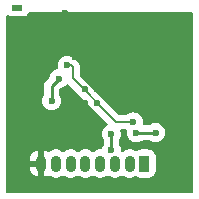
<source format=gbr>
%TF.GenerationSoftware,KiCad,Pcbnew,8.0.5*%
%TF.CreationDate,2024-10-24T22:42:25-04:00*%
%TF.ProjectId,NRF24L01 2.4GHZ,4e524632-344c-4303-9120-322e3447485a,rev?*%
%TF.SameCoordinates,Original*%
%TF.FileFunction,Copper,L2,Bot*%
%TF.FilePolarity,Positive*%
%FSLAX46Y46*%
G04 Gerber Fmt 4.6, Leading zero omitted, Abs format (unit mm)*
G04 Created by KiCad (PCBNEW 8.0.5) date 2024-10-24 22:42:25*
%MOMM*%
%LPD*%
G01*
G04 APERTURE LIST*
G04 Aperture macros list*
%AMRoundRect*
0 Rectangle with rounded corners*
0 $1 Rounding radius*
0 $2 $3 $4 $5 $6 $7 $8 $9 X,Y pos of 4 corners*
0 Add a 4 corners polygon primitive as box body*
4,1,4,$2,$3,$4,$5,$6,$7,$8,$9,$2,$3,0*
0 Add four circle primitives for the rounded corners*
1,1,$1+$1,$2,$3*
1,1,$1+$1,$4,$5*
1,1,$1+$1,$6,$7*
1,1,$1+$1,$8,$9*
0 Add four rect primitives between the rounded corners*
20,1,$1+$1,$2,$3,$4,$5,0*
20,1,$1+$1,$4,$5,$6,$7,0*
20,1,$1+$1,$6,$7,$8,$9,0*
20,1,$1+$1,$8,$9,$2,$3,0*%
G04 Aperture macros list end*
%TA.AperFunction,ComponentPad*%
%ADD10R,0.900000X0.500000*%
%TD*%
%TA.AperFunction,ComponentPad*%
%ADD11RoundRect,0.225000X0.225000X0.475000X-0.225000X0.475000X-0.225000X-0.475000X0.225000X-0.475000X0*%
%TD*%
%TA.AperFunction,ComponentPad*%
%ADD12O,0.900000X1.400000*%
%TD*%
%TA.AperFunction,ViaPad*%
%ADD13C,0.600000*%
%TD*%
%TA.AperFunction,Conductor*%
%ADD14C,0.254000*%
%TD*%
%TA.AperFunction,Conductor*%
%ADD15C,0.200000*%
%TD*%
G04 APERTURE END LIST*
D10*
%TO.P,AE1,2*%
%TO.N,N/C*%
X149870000Y-84585000D03*
%TD*%
D11*
%TO.P,J1,1,Pin_1*%
%TO.N,VDD*%
X160625000Y-97790000D03*
D12*
%TO.P,J1,2,Pin_2*%
%TO.N,Net-(J1-Pin_2)*%
X159375000Y-97790000D03*
%TO.P,J1,3,Pin_3*%
%TO.N,Net-(J1-Pin_3)*%
X158125000Y-97790000D03*
%TO.P,J1,4,Pin_4*%
%TO.N,Net-(J1-Pin_4)*%
X156875000Y-97790000D03*
%TO.P,J1,5,Pin_5*%
%TO.N,Net-(J1-Pin_5)*%
X155625000Y-97790000D03*
%TO.P,J1,6,Pin_6*%
%TO.N,Net-(J1-Pin_6)*%
X154375000Y-97790000D03*
%TO.P,J1,7,Pin_7*%
%TO.N,Net-(J1-Pin_7)*%
X153125000Y-97790000D03*
%TO.P,J1,8,Pin_8*%
%TO.N,GNDREF*%
X151875000Y-97790000D03*
%TD*%
D13*
%TO.N,GNDREF*%
X150057500Y-85575000D03*
X149202500Y-85565000D03*
X157440000Y-85810000D03*
X161500000Y-85780000D03*
X155590000Y-92620000D03*
X162890000Y-88470000D03*
X164240000Y-85760000D03*
X156610000Y-91500000D03*
X162870000Y-85780000D03*
X163550000Y-85760000D03*
X158780000Y-86500000D03*
X159460000Y-86480000D03*
X162880000Y-87140000D03*
X157410000Y-86500000D03*
X159140000Y-90500000D03*
X163570000Y-87770000D03*
X156620000Y-92620000D03*
X164260000Y-87770000D03*
X155410000Y-85830000D03*
X153920000Y-85070000D03*
X156100000Y-85830000D03*
X162170000Y-87810000D03*
X163550000Y-86450000D03*
X160160000Y-85800000D03*
X164240000Y-86450000D03*
X160800000Y-86500000D03*
X158100000Y-86500000D03*
X162170000Y-86480000D03*
X161470000Y-87150000D03*
X164260000Y-88450000D03*
X150810000Y-86940000D03*
X159120000Y-92380000D03*
X154720000Y-86930000D03*
X162870000Y-86470000D03*
X162160000Y-87150000D03*
X162890000Y-87790000D03*
X154730000Y-88740000D03*
X163570000Y-88450000D03*
X162190000Y-85780000D03*
X158790000Y-85820000D03*
X160820000Y-85800000D03*
X160150000Y-86480000D03*
X158130000Y-85810000D03*
X155580000Y-91500000D03*
X161480000Y-86480000D03*
X159314265Y-89465735D03*
X156760000Y-85830000D03*
X159470000Y-85800000D03*
X164250000Y-87120000D03*
X163560000Y-87120000D03*
%TO.N,VDD*%
X154090000Y-89460000D03*
X152757164Y-92466122D03*
X153368353Y-90603000D03*
X159690000Y-94260000D03*
%TO.N,Net-(J1-Pin_3)*%
X157820000Y-96670000D03*
X157820000Y-95283000D03*
%TO.N,Net-(J1-Pin_7)*%
X161560000Y-95160000D03*
X159940000Y-95190000D03*
%TD*%
D14*
%TO.N,GNDREF*%
X152050000Y-86940000D02*
X150810000Y-86940000D01*
X159120000Y-92380000D02*
X159120000Y-90520000D01*
X154730000Y-86940000D02*
X154720000Y-86930000D01*
X159120000Y-90520000D02*
X159140000Y-90500000D01*
X154730000Y-88740000D02*
X154730000Y-86940000D01*
X153920000Y-85070000D02*
X152050000Y-86940000D01*
D15*
%TO.N,VDD*%
X158210000Y-94260000D02*
X154530000Y-90580000D01*
X154410000Y-89460000D02*
X154090000Y-89460000D01*
X159690000Y-94260000D02*
X158210000Y-94260000D01*
D14*
X152757164Y-92466122D02*
X152757164Y-91214189D01*
D15*
X154530000Y-90580000D02*
X154530000Y-89580000D01*
D14*
X152757164Y-91214189D02*
X153368353Y-90603000D01*
D15*
X154530000Y-89580000D02*
X154410000Y-89460000D01*
D14*
%TO.N,Net-(J1-Pin_3)*%
X157820000Y-95283000D02*
X157820000Y-96670000D01*
%TO.N,Net-(J1-Pin_7)*%
X161530000Y-95190000D02*
X161560000Y-95160000D01*
X159940000Y-95190000D02*
X161530000Y-95190000D01*
%TD*%
%TA.AperFunction,Conductor*%
%TO.N,GNDREF*%
G36*
X164615575Y-84929634D02*
G01*
X164682602Y-84949358D01*
X164728325Y-85002190D01*
X164739500Y-85053634D01*
X164739500Y-100135500D01*
X164719815Y-100202539D01*
X164667011Y-100248294D01*
X164615500Y-100259500D01*
X149044500Y-100259500D01*
X148977461Y-100239815D01*
X148931706Y-100187011D01*
X148920500Y-100135500D01*
X148920500Y-98133571D01*
X150925000Y-98133571D01*
X150961506Y-98317097D01*
X150961508Y-98317105D01*
X151033119Y-98489991D01*
X151033124Y-98490000D01*
X151137086Y-98645589D01*
X151137089Y-98645593D01*
X151269406Y-98777910D01*
X151269410Y-98777913D01*
X151424999Y-98881875D01*
X151425012Y-98881882D01*
X151597889Y-98953489D01*
X151597896Y-98953491D01*
X151625000Y-98958882D01*
X151625000Y-98040000D01*
X150925000Y-98040000D01*
X150925000Y-98133571D01*
X148920500Y-98133571D01*
X148920500Y-97750504D01*
X151575000Y-97750504D01*
X151575000Y-97829496D01*
X151595444Y-97905796D01*
X151634940Y-97974205D01*
X151690795Y-98030060D01*
X151759204Y-98069556D01*
X151835504Y-98090000D01*
X151914496Y-98090000D01*
X151990796Y-98069556D01*
X152059205Y-98030060D01*
X152115060Y-97974205D01*
X152125000Y-97956988D01*
X152125000Y-98958881D01*
X152152103Y-98953491D01*
X152152110Y-98953489D01*
X152324987Y-98881882D01*
X152325001Y-98881874D01*
X152430657Y-98811276D01*
X152497334Y-98790397D01*
X152564714Y-98808881D01*
X152568429Y-98811268D01*
X152674769Y-98882322D01*
X152847749Y-98953973D01*
X153031374Y-98990498D01*
X153031379Y-98990499D01*
X153031383Y-98990500D01*
X153031384Y-98990500D01*
X153218617Y-98990500D01*
X153218618Y-98990499D01*
X153402251Y-98953973D01*
X153575231Y-98882322D01*
X153575901Y-98881874D01*
X153681109Y-98811577D01*
X153747787Y-98790699D01*
X153815167Y-98809183D01*
X153818891Y-98811577D01*
X153924762Y-98882318D01*
X153924768Y-98882321D01*
X153924769Y-98882322D01*
X154097749Y-98953973D01*
X154281374Y-98990498D01*
X154281379Y-98990499D01*
X154281383Y-98990500D01*
X154281384Y-98990500D01*
X154468617Y-98990500D01*
X154468618Y-98990499D01*
X154652251Y-98953973D01*
X154825231Y-98882322D01*
X154825901Y-98881874D01*
X154931109Y-98811577D01*
X154997787Y-98790699D01*
X155065167Y-98809183D01*
X155068891Y-98811577D01*
X155174762Y-98882318D01*
X155174768Y-98882321D01*
X155174769Y-98882322D01*
X155347749Y-98953973D01*
X155531374Y-98990498D01*
X155531379Y-98990499D01*
X155531383Y-98990500D01*
X155531384Y-98990500D01*
X155718617Y-98990500D01*
X155718618Y-98990499D01*
X155902251Y-98953973D01*
X156075231Y-98882322D01*
X156075901Y-98881874D01*
X156181109Y-98811577D01*
X156247787Y-98790699D01*
X156315167Y-98809183D01*
X156318891Y-98811577D01*
X156424762Y-98882318D01*
X156424768Y-98882321D01*
X156424769Y-98882322D01*
X156597749Y-98953973D01*
X156781374Y-98990498D01*
X156781379Y-98990499D01*
X156781383Y-98990500D01*
X156781384Y-98990500D01*
X156968617Y-98990500D01*
X156968618Y-98990499D01*
X157152251Y-98953973D01*
X157325231Y-98882322D01*
X157325901Y-98881874D01*
X157431109Y-98811577D01*
X157497787Y-98790699D01*
X157565167Y-98809183D01*
X157568891Y-98811577D01*
X157674762Y-98882318D01*
X157674768Y-98882321D01*
X157674769Y-98882322D01*
X157847749Y-98953973D01*
X158031374Y-98990498D01*
X158031379Y-98990499D01*
X158031383Y-98990500D01*
X158031384Y-98990500D01*
X158218617Y-98990500D01*
X158218618Y-98990499D01*
X158402251Y-98953973D01*
X158575231Y-98882322D01*
X158575901Y-98881874D01*
X158681109Y-98811577D01*
X158747787Y-98790699D01*
X158815167Y-98809183D01*
X158818891Y-98811577D01*
X158924762Y-98882318D01*
X158924768Y-98882321D01*
X158924769Y-98882322D01*
X159097749Y-98953973D01*
X159281374Y-98990498D01*
X159281379Y-98990499D01*
X159281383Y-98990500D01*
X159281384Y-98990500D01*
X159468617Y-98990500D01*
X159468618Y-98990499D01*
X159652251Y-98953973D01*
X159825231Y-98882322D01*
X159851964Y-98864459D01*
X159918638Y-98843580D01*
X159985952Y-98862021D01*
X160091303Y-98927003D01*
X160252292Y-98980349D01*
X160351655Y-98990500D01*
X160898344Y-98990499D01*
X160898352Y-98990498D01*
X160898355Y-98990498D01*
X160952760Y-98984940D01*
X160997708Y-98980349D01*
X161158697Y-98927003D01*
X161303044Y-98837968D01*
X161422968Y-98718044D01*
X161512003Y-98573697D01*
X161565349Y-98412708D01*
X161575500Y-98313345D01*
X161575499Y-97266656D01*
X161565349Y-97167292D01*
X161512003Y-97006303D01*
X161511999Y-97006297D01*
X161511998Y-97006294D01*
X161422970Y-96861959D01*
X161422967Y-96861955D01*
X161303044Y-96742032D01*
X161303040Y-96742029D01*
X161158705Y-96653001D01*
X161158699Y-96652998D01*
X161158697Y-96652997D01*
X161078752Y-96626506D01*
X160997709Y-96599651D01*
X160898346Y-96589500D01*
X160351662Y-96589500D01*
X160351644Y-96589501D01*
X160252292Y-96599650D01*
X160252289Y-96599651D01*
X160091305Y-96652996D01*
X160091300Y-96652998D01*
X159985953Y-96717978D01*
X159918560Y-96736418D01*
X159851965Y-96715541D01*
X159825230Y-96697677D01*
X159652251Y-96626027D01*
X159652243Y-96626025D01*
X159468620Y-96589500D01*
X159468616Y-96589500D01*
X159281384Y-96589500D01*
X159281379Y-96589500D01*
X159097756Y-96626025D01*
X159097748Y-96626027D01*
X158924771Y-96697676D01*
X158924757Y-96697684D01*
X158818889Y-96768423D01*
X158752212Y-96789301D01*
X158684832Y-96770816D01*
X158680943Y-96768312D01*
X158680509Y-96768021D01*
X158635790Y-96714337D01*
X158627992Y-96676734D01*
X158626345Y-96676920D01*
X158605369Y-96490750D01*
X158605368Y-96490745D01*
X158545788Y-96320476D01*
X158466506Y-96194300D01*
X158447500Y-96128328D01*
X158447500Y-95824671D01*
X158466507Y-95758698D01*
X158545788Y-95632524D01*
X158545789Y-95632522D01*
X158605368Y-95462255D01*
X158605369Y-95462249D01*
X158625565Y-95283003D01*
X158625565Y-95282996D01*
X158605369Y-95103750D01*
X158605366Y-95103737D01*
X158577974Y-95025455D01*
X158574412Y-94955676D01*
X158609140Y-94895049D01*
X158671134Y-94862821D01*
X158695015Y-94860500D01*
X159033433Y-94860500D01*
X159100472Y-94880185D01*
X159146227Y-94932989D01*
X159156171Y-95002147D01*
X159154718Y-95009969D01*
X159134435Y-95189996D01*
X159134435Y-95190003D01*
X159154630Y-95369249D01*
X159154631Y-95369254D01*
X159214211Y-95539523D01*
X159272647Y-95632522D01*
X159310184Y-95692262D01*
X159437738Y-95819816D01*
X159590478Y-95915789D01*
X159675010Y-95945368D01*
X159760745Y-95975368D01*
X159760750Y-95975369D01*
X159939996Y-95995565D01*
X159940000Y-95995565D01*
X159940004Y-95995565D01*
X160119249Y-95975369D01*
X160119252Y-95975368D01*
X160119255Y-95975368D01*
X160289522Y-95915789D01*
X160415700Y-95836505D01*
X160481672Y-95817500D01*
X161066073Y-95817500D01*
X161132045Y-95836507D01*
X161210473Y-95885787D01*
X161210477Y-95885788D01*
X161210478Y-95885789D01*
X161296213Y-95915789D01*
X161380745Y-95945368D01*
X161380750Y-95945369D01*
X161559996Y-95965565D01*
X161560000Y-95965565D01*
X161560004Y-95965565D01*
X161739249Y-95945369D01*
X161739252Y-95945368D01*
X161739255Y-95945368D01*
X161909522Y-95885789D01*
X162062262Y-95789816D01*
X162189816Y-95662262D01*
X162285789Y-95509522D01*
X162345368Y-95339255D01*
X162351706Y-95283003D01*
X162365565Y-95160003D01*
X162365565Y-95159996D01*
X162345369Y-94980750D01*
X162345368Y-94980745D01*
X162336596Y-94955676D01*
X162285789Y-94810478D01*
X162267101Y-94780737D01*
X162189815Y-94657737D01*
X162062262Y-94530184D01*
X161909523Y-94434211D01*
X161739254Y-94374631D01*
X161739249Y-94374630D01*
X161560004Y-94354435D01*
X161559996Y-94354435D01*
X161380750Y-94374630D01*
X161380745Y-94374631D01*
X161210476Y-94434211D01*
X161057737Y-94530184D01*
X161052295Y-94534525D01*
X161050524Y-94532305D01*
X161000418Y-94559666D01*
X160974060Y-94562500D01*
X160600238Y-94562500D01*
X160533199Y-94542815D01*
X160487444Y-94490011D01*
X160477018Y-94424617D01*
X160495565Y-94260003D01*
X160495565Y-94259996D01*
X160475369Y-94080750D01*
X160475368Y-94080745D01*
X160415788Y-93910476D01*
X160319815Y-93757737D01*
X160192262Y-93630184D01*
X160039523Y-93534211D01*
X159869254Y-93474631D01*
X159869249Y-93474630D01*
X159690004Y-93454435D01*
X159689996Y-93454435D01*
X159510750Y-93474630D01*
X159510745Y-93474631D01*
X159340476Y-93534211D01*
X159187736Y-93630185D01*
X159184903Y-93632445D01*
X159182724Y-93633334D01*
X159181842Y-93633889D01*
X159181744Y-93633734D01*
X159120217Y-93658855D01*
X159107588Y-93659500D01*
X158510097Y-93659500D01*
X158443058Y-93639815D01*
X158422416Y-93623181D01*
X155166819Y-90367584D01*
X155133334Y-90306261D01*
X155130500Y-90279903D01*
X155130500Y-89669060D01*
X155130501Y-89669047D01*
X155130501Y-89500944D01*
X155089576Y-89348214D01*
X155089573Y-89348209D01*
X155010523Y-89211288D01*
X155010520Y-89211284D01*
X154890520Y-89091285D01*
X154890520Y-89091284D01*
X154778717Y-88979481D01*
X154778712Y-88979477D01*
X154704936Y-88936883D01*
X154679255Y-88917177D01*
X154592262Y-88830184D01*
X154439523Y-88734211D01*
X154269254Y-88674631D01*
X154269249Y-88674630D01*
X154090004Y-88654435D01*
X154089996Y-88654435D01*
X153910750Y-88674630D01*
X153910745Y-88674631D01*
X153740476Y-88734211D01*
X153587737Y-88830184D01*
X153460184Y-88957737D01*
X153364211Y-89110476D01*
X153304631Y-89280745D01*
X153304630Y-89280750D01*
X153284435Y-89459996D01*
X153284435Y-89460003D01*
X153304630Y-89639246D01*
X153304632Y-89639255D01*
X153308944Y-89651578D01*
X153312505Y-89721357D01*
X153277775Y-89781984D01*
X153215781Y-89814210D01*
X153205786Y-89815751D01*
X153189103Y-89817630D01*
X153018831Y-89877210D01*
X152866090Y-89973184D01*
X152738537Y-90100737D01*
X152642563Y-90253478D01*
X152582985Y-90423745D01*
X152578039Y-90467637D01*
X152550971Y-90532051D01*
X152542501Y-90541432D01*
X152357156Y-90726778D01*
X152313453Y-90770481D01*
X152269750Y-90814183D01*
X152269749Y-90814185D01*
X152200397Y-90917978D01*
X152198750Y-90922582D01*
X152153778Y-91031153D01*
X152153776Y-91031161D01*
X152132211Y-91139578D01*
X152129664Y-91152381D01*
X152129664Y-91924450D01*
X152110658Y-91990422D01*
X152031375Y-92116598D01*
X151971795Y-92286867D01*
X151971794Y-92286872D01*
X151951599Y-92466118D01*
X151951599Y-92466125D01*
X151971794Y-92645371D01*
X151971795Y-92645376D01*
X152031375Y-92815645D01*
X152127348Y-92968384D01*
X152254902Y-93095938D01*
X152407642Y-93191911D01*
X152577909Y-93251490D01*
X152577914Y-93251491D01*
X152757160Y-93271687D01*
X152757164Y-93271687D01*
X152757168Y-93271687D01*
X152936413Y-93251491D01*
X152936416Y-93251490D01*
X152936419Y-93251490D01*
X153106686Y-93191911D01*
X153259426Y-93095938D01*
X153386980Y-92968384D01*
X153482953Y-92815644D01*
X153542532Y-92645377D01*
X153562729Y-92466122D01*
X153542532Y-92286867D01*
X153482953Y-92116600D01*
X153403669Y-91990421D01*
X153384664Y-91924450D01*
X153384664Y-91525470D01*
X153404349Y-91458431D01*
X153420983Y-91437789D01*
X153429920Y-91428852D01*
X153491243Y-91395367D01*
X153503705Y-91393314D01*
X153547608Y-91388368D01*
X153717875Y-91328789D01*
X153870615Y-91232816D01*
X153998169Y-91105262D01*
X153998172Y-91105256D01*
X154002512Y-91099816D01*
X154004530Y-91101425D01*
X154047945Y-91062997D01*
X154116994Y-91052324D01*
X154180853Y-91080676D01*
X154188325Y-91087560D01*
X157475675Y-94374910D01*
X157509160Y-94436233D01*
X157504176Y-94505925D01*
X157462304Y-94561858D01*
X157453967Y-94567584D01*
X157317739Y-94653182D01*
X157190184Y-94780737D01*
X157094211Y-94933476D01*
X157034631Y-95103745D01*
X157034630Y-95103750D01*
X157014435Y-95282996D01*
X157014435Y-95283003D01*
X157034630Y-95462249D01*
X157034631Y-95462254D01*
X157094211Y-95632524D01*
X157173493Y-95758698D01*
X157192500Y-95824671D01*
X157192500Y-96128328D01*
X157173494Y-96194300D01*
X157094210Y-96320478D01*
X157034632Y-96490746D01*
X157034098Y-96493087D01*
X157033337Y-96494447D01*
X157032333Y-96497317D01*
X157031830Y-96497141D01*
X156999993Y-96554067D01*
X156938333Y-96586928D01*
X156913206Y-96589500D01*
X156781379Y-96589500D01*
X156597756Y-96626025D01*
X156597748Y-96626027D01*
X156424771Y-96697676D01*
X156424764Y-96697680D01*
X156318890Y-96768423D01*
X156252213Y-96789300D01*
X156184833Y-96770815D01*
X156181110Y-96768423D01*
X156075235Y-96697680D01*
X156075228Y-96697676D01*
X155902251Y-96626027D01*
X155902243Y-96626025D01*
X155718620Y-96589500D01*
X155718616Y-96589500D01*
X155531384Y-96589500D01*
X155531379Y-96589500D01*
X155347756Y-96626025D01*
X155347748Y-96626027D01*
X155174771Y-96697676D01*
X155174764Y-96697680D01*
X155068890Y-96768423D01*
X155002213Y-96789300D01*
X154934833Y-96770815D01*
X154931110Y-96768423D01*
X154825235Y-96697680D01*
X154825228Y-96697676D01*
X154652251Y-96626027D01*
X154652243Y-96626025D01*
X154468620Y-96589500D01*
X154468616Y-96589500D01*
X154281384Y-96589500D01*
X154281379Y-96589500D01*
X154097756Y-96626025D01*
X154097748Y-96626027D01*
X153924771Y-96697676D01*
X153924764Y-96697680D01*
X153818890Y-96768423D01*
X153752213Y-96789300D01*
X153684833Y-96770815D01*
X153681110Y-96768423D01*
X153575235Y-96697680D01*
X153575228Y-96697676D01*
X153402251Y-96626027D01*
X153402243Y-96626025D01*
X153218620Y-96589500D01*
X153218616Y-96589500D01*
X153031384Y-96589500D01*
X153031379Y-96589500D01*
X152847756Y-96626025D01*
X152847748Y-96626027D01*
X152674771Y-96697676D01*
X152674757Y-96697684D01*
X152568440Y-96768723D01*
X152501763Y-96789601D01*
X152434383Y-96771116D01*
X152430660Y-96768723D01*
X152325005Y-96698127D01*
X152324991Y-96698119D01*
X152152103Y-96626507D01*
X152152100Y-96626506D01*
X152125000Y-96621115D01*
X152125000Y-97623011D01*
X152115060Y-97605795D01*
X152059205Y-97549940D01*
X151990796Y-97510444D01*
X151914496Y-97490000D01*
X151835504Y-97490000D01*
X151759204Y-97510444D01*
X151690795Y-97549940D01*
X151634940Y-97605795D01*
X151595444Y-97674204D01*
X151575000Y-97750504D01*
X148920500Y-97750504D01*
X148920500Y-97446428D01*
X150925000Y-97446428D01*
X150925000Y-97540000D01*
X151625000Y-97540000D01*
X151625000Y-96621116D01*
X151624999Y-96621115D01*
X151597899Y-96626506D01*
X151597896Y-96626507D01*
X151425008Y-96698119D01*
X151424999Y-96698124D01*
X151269410Y-96802086D01*
X151269406Y-96802089D01*
X151137089Y-96934406D01*
X151137086Y-96934410D01*
X151033124Y-97089999D01*
X151033119Y-97090008D01*
X150961508Y-97262894D01*
X150961506Y-97262902D01*
X150925000Y-97446428D01*
X148920500Y-97446428D01*
X148920500Y-85334001D01*
X148940185Y-85266962D01*
X148992989Y-85221207D01*
X149062147Y-85211263D01*
X149118810Y-85234734D01*
X149161861Y-85266962D01*
X149177668Y-85278795D01*
X149177671Y-85278797D01*
X149312517Y-85329091D01*
X149312516Y-85329091D01*
X149319444Y-85329835D01*
X149372127Y-85335500D01*
X150367872Y-85335499D01*
X150427483Y-85329091D01*
X150562331Y-85278796D01*
X150677546Y-85192546D01*
X150763796Y-85077331D01*
X150791838Y-85002145D01*
X150833708Y-84946212D01*
X150899172Y-84921794D01*
X150908057Y-84921479D01*
X164615575Y-84929634D01*
G37*
%TD.AperFunction*%
%TD*%
M02*

</source>
